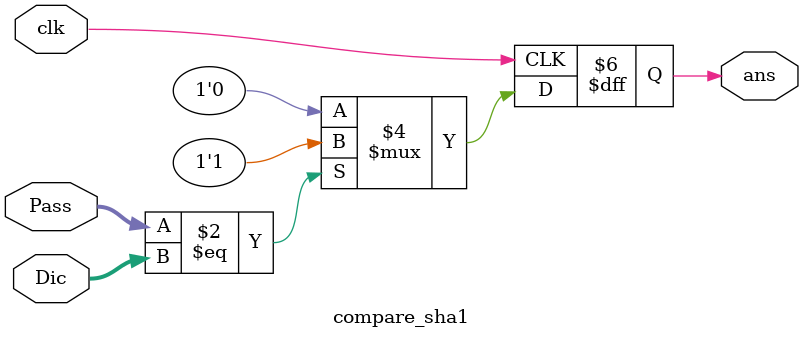
<source format=v>
`timescale 1ns / 1ps


module compare_sha1(
    input clk,
    input [20*8:0] Pass,
    input [20*8:0] Dic,
    output reg ans
    );
    
    
    always @(posedge clk)
    begin
        if (Pass == Dic)
        ans<= 1;
        else 
        ans <= 0;
    end
    
endmodule

</source>
